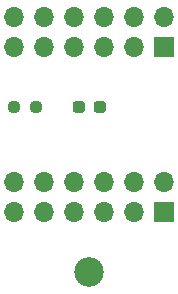
<source format=gts>
G04 #@! TF.GenerationSoftware,KiCad,Pcbnew,7.0.11-7.0.11~ubuntu20.04.1*
G04 #@! TF.CreationDate,2024-08-20T19:22:15+02:00*
G04 #@! TF.ProjectId,kicad-pmod-ext,6b696361-642d-4706-9d6f-642d6578742e,1.0*
G04 #@! TF.SameCoordinates,Original*
G04 #@! TF.FileFunction,Soldermask,Top*
G04 #@! TF.FilePolarity,Negative*
%FSLAX46Y46*%
G04 Gerber Fmt 4.6, Leading zero omitted, Abs format (unit mm)*
G04 Created by KiCad (PCBNEW 7.0.11-7.0.11~ubuntu20.04.1) date 2024-08-20 19:22:15*
%MOMM*%
%LPD*%
G01*
G04 APERTURE LIST*
G04 Aperture macros list*
%AMRoundRect*
0 Rectangle with rounded corners*
0 $1 Rounding radius*
0 $2 $3 $4 $5 $6 $7 $8 $9 X,Y pos of 4 corners*
0 Add a 4 corners polygon primitive as box body*
4,1,4,$2,$3,$4,$5,$6,$7,$8,$9,$2,$3,0*
0 Add four circle primitives for the rounded corners*
1,1,$1+$1,$2,$3*
1,1,$1+$1,$4,$5*
1,1,$1+$1,$6,$7*
1,1,$1+$1,$8,$9*
0 Add four rect primitives between the rounded corners*
20,1,$1+$1,$2,$3,$4,$5,0*
20,1,$1+$1,$4,$5,$6,$7,0*
20,1,$1+$1,$6,$7,$8,$9,0*
20,1,$1+$1,$8,$9,$2,$3,0*%
G04 Aperture macros list end*
%ADD10C,2.500000*%
%ADD11R,1.700000X1.700000*%
%ADD12O,1.700000X1.700000*%
%ADD13RoundRect,0.237500X-0.250000X-0.237500X0.250000X-0.237500X0.250000X0.237500X-0.250000X0.237500X0*%
%ADD14RoundRect,0.237500X0.287500X0.237500X-0.287500X0.237500X-0.287500X-0.237500X0.287500X-0.237500X0*%
G04 APERTURE END LIST*
D10*
X120650000Y-95250000D03*
D11*
X127000000Y-76200000D03*
D12*
X127000000Y-73660000D03*
X124460000Y-76200000D03*
X124460000Y-73660000D03*
X121920000Y-76200000D03*
X121920000Y-73660000D03*
X119380000Y-76200000D03*
X119380000Y-73660000D03*
X116840000Y-76200000D03*
X116840000Y-73660000D03*
X114300000Y-76200000D03*
X114300000Y-73660000D03*
D13*
X114300000Y-81280000D03*
X116125000Y-81280000D03*
D11*
X127000000Y-90170000D03*
D12*
X127000000Y-87630000D03*
X124460000Y-90170000D03*
X124460000Y-87630000D03*
X121920000Y-90170000D03*
X121920000Y-87630000D03*
X119380000Y-90170000D03*
X119380000Y-87630000D03*
X116840000Y-90170000D03*
X116840000Y-87630000D03*
X114300000Y-90170000D03*
X114300000Y-87630000D03*
D14*
X121525000Y-81280000D03*
X119775000Y-81280000D03*
M02*

</source>
